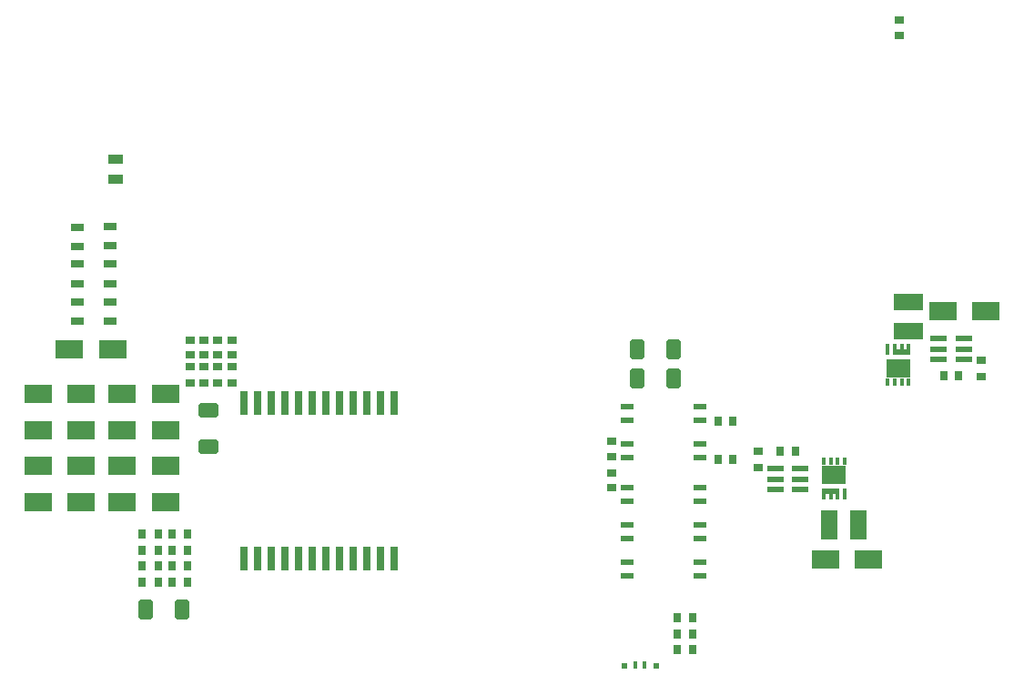
<source format=gtp>
G04*
G04 #@! TF.GenerationSoftware,Altium Limited,Altium Designer,21.9.2 (33)*
G04*
G04 Layer_Color=8421504*
%FSLAX25Y25*%
%MOIN*%
G70*
G04*
G04 #@! TF.SameCoordinates,1A6DD151-CB10-4FFE-AF26-4EE6108A4869*
G04*
G04*
G04 #@! TF.FilePolarity,Positive*
G04*
G01*
G75*
G04:AMPARAMS|DCode=17|XSize=35.43mil|YSize=27.56mil|CornerRadius=3.45mil|HoleSize=0mil|Usage=FLASHONLY|Rotation=180.000|XOffset=0mil|YOffset=0mil|HoleType=Round|Shape=RoundedRectangle|*
%AMROUNDEDRECTD17*
21,1,0.03543,0.02067,0,0,180.0*
21,1,0.02854,0.02756,0,0,180.0*
1,1,0.00689,-0.01427,0.01034*
1,1,0.00689,0.01427,0.01034*
1,1,0.00689,0.01427,-0.01034*
1,1,0.00689,-0.01427,-0.01034*
%
%ADD17ROUNDEDRECTD17*%
%ADD18R,0.03543X0.02756*%
%ADD19R,0.09843X0.06693*%
%ADD20R,0.02992X0.09016*%
%ADD21R,0.01339X0.03150*%
%ADD22R,0.09016X0.06732*%
%ADD23R,0.01339X0.03937*%
%ADD24R,0.06457X0.01968*%
%ADD25R,0.04800X0.02200*%
G04:AMPARAMS|DCode=26|XSize=72.84mil|YSize=53.15mil|CornerRadius=6.64mil|HoleSize=0mil|Usage=FLASHONLY|Rotation=90.000|XOffset=0mil|YOffset=0mil|HoleType=Round|Shape=RoundedRectangle|*
%AMROUNDEDRECTD26*
21,1,0.07284,0.03986,0,0,90.0*
21,1,0.05955,0.05315,0,0,90.0*
1,1,0.01329,0.01993,0.02977*
1,1,0.01329,0.01993,-0.02977*
1,1,0.01329,-0.01993,-0.02977*
1,1,0.01329,-0.01993,0.02977*
%
%ADD26ROUNDEDRECTD26*%
%ADD27R,0.02756X0.03543*%
G04:AMPARAMS|DCode=28|XSize=35.43mil|YSize=27.56mil|CornerRadius=3.45mil|HoleSize=0mil|Usage=FLASHONLY|Rotation=90.000|XOffset=0mil|YOffset=0mil|HoleType=Round|Shape=RoundedRectangle|*
%AMROUNDEDRECTD28*
21,1,0.03543,0.02067,0,0,90.0*
21,1,0.02854,0.02756,0,0,90.0*
1,1,0.00689,0.01034,0.01427*
1,1,0.00689,0.01034,-0.01427*
1,1,0.00689,-0.01034,-0.01427*
1,1,0.00689,-0.01034,0.01427*
%
%ADD28ROUNDEDRECTD28*%
G04:AMPARAMS|DCode=29|XSize=72.84mil|YSize=53.15mil|CornerRadius=6.64mil|HoleSize=0mil|Usage=FLASHONLY|Rotation=180.000|XOffset=0mil|YOffset=0mil|HoleType=Round|Shape=RoundedRectangle|*
%AMROUNDEDRECTD29*
21,1,0.07284,0.03986,0,0,180.0*
21,1,0.05955,0.05315,0,0,180.0*
1,1,0.01329,-0.02977,0.01993*
1,1,0.01329,0.02977,0.01993*
1,1,0.01329,0.02977,-0.01993*
1,1,0.01329,-0.02977,-0.01993*
%
%ADD29ROUNDEDRECTD29*%
%ADD30R,0.02362X0.01968*%
%ADD31R,0.01732X0.02953*%
%ADD32R,0.05433X0.03622*%
%ADD33R,0.04724X0.03150*%
%ADD34R,0.10709X0.06024*%
%ADD35R,0.09843X0.06693*%
G04:AMPARAMS|DCode=36|XSize=57.09mil|YSize=23.23mil|CornerRadius=2.9mil|HoleSize=0mil|Usage=FLASHONLY|Rotation=180.000|XOffset=0mil|YOffset=0mil|HoleType=Round|Shape=RoundedRectangle|*
%AMROUNDEDRECTD36*
21,1,0.05709,0.01742,0,0,180.0*
21,1,0.05128,0.02323,0,0,180.0*
1,1,0.00581,-0.02564,0.00871*
1,1,0.00581,0.02564,0.00871*
1,1,0.00581,0.02564,-0.00871*
1,1,0.00581,-0.02564,-0.00871*
%
%ADD36ROUNDEDRECTD36*%
%ADD37R,0.06024X0.10709*%
D17*
X77165Y107677D02*
D03*
Y113583D02*
D03*
X72047Y107677D02*
D03*
Y113583D02*
D03*
X66929Y107677D02*
D03*
Y113583D02*
D03*
X61811Y107677D02*
D03*
Y113583D02*
D03*
X351575Y115945D02*
D03*
Y110039D02*
D03*
X270079Y76575D02*
D03*
Y82480D02*
D03*
D18*
X61811Y123425D02*
D03*
Y117913D02*
D03*
X66929Y123425D02*
D03*
Y117913D02*
D03*
X72047Y123425D02*
D03*
Y117913D02*
D03*
X77165Y123425D02*
D03*
Y117913D02*
D03*
X216142Y74803D02*
D03*
Y69291D02*
D03*
Y86221D02*
D03*
Y80709D02*
D03*
X321654Y240551D02*
D03*
Y235039D02*
D03*
D19*
X37008Y103543D02*
D03*
X52756D02*
D03*
X21850Y90354D02*
D03*
X6102D02*
D03*
X37008D02*
D03*
X52756D02*
D03*
X52756Y77165D02*
D03*
X37008D02*
D03*
X6102D02*
D03*
X21850D02*
D03*
X17717Y120079D02*
D03*
X33465D02*
D03*
X6102Y63976D02*
D03*
X21850D02*
D03*
X52756D02*
D03*
X37008D02*
D03*
X21850Y103543D02*
D03*
X6102D02*
D03*
D20*
X136555Y100157D02*
D03*
X131555D02*
D03*
X126555D02*
D03*
X121555D02*
D03*
X116555D02*
D03*
X111555D02*
D03*
X106555D02*
D03*
X101555D02*
D03*
X96555D02*
D03*
X91555D02*
D03*
X86555D02*
D03*
X81555D02*
D03*
Y43150D02*
D03*
X86555D02*
D03*
X91555D02*
D03*
X96555D02*
D03*
X101555D02*
D03*
X106555D02*
D03*
X111555D02*
D03*
X116555D02*
D03*
X121555D02*
D03*
X126555D02*
D03*
X131555D02*
D03*
X136555D02*
D03*
D21*
X325000Y108071D02*
D03*
X322441D02*
D03*
X319882D02*
D03*
X317323D02*
D03*
X301575Y78937D02*
D03*
X299016D02*
D03*
X296457D02*
D03*
X293898D02*
D03*
D22*
X321161Y113012D02*
D03*
D03*
D03*
D03*
X297736Y73996D02*
D03*
D03*
D03*
D03*
D23*
X325000Y119882D02*
D03*
X322441D02*
D03*
X319882D02*
D03*
X317323D02*
D03*
X301575Y67126D02*
D03*
X299016D02*
D03*
X296457D02*
D03*
X293898D02*
D03*
D24*
X322441Y118898D02*
D03*
D03*
D03*
X296457Y68110D02*
D03*
D03*
D03*
D25*
X248586Y80177D02*
D03*
Y85177D02*
D03*
X221886D02*
D03*
Y80177D02*
D03*
X248586Y93957D02*
D03*
Y98957D02*
D03*
X221886D02*
D03*
Y93957D02*
D03*
Y41870D02*
D03*
Y36870D02*
D03*
X248586D02*
D03*
Y41870D02*
D03*
X221886Y69429D02*
D03*
Y64429D02*
D03*
X248586D02*
D03*
Y69429D02*
D03*
X221886Y55650D02*
D03*
Y50650D02*
D03*
X248586D02*
D03*
Y55650D02*
D03*
D26*
X238976Y109252D02*
D03*
X225590D02*
D03*
X238976Y120079D02*
D03*
X225590D02*
D03*
X45669Y24803D02*
D03*
X59055D02*
D03*
D27*
X55315Y34646D02*
D03*
X60827D02*
D03*
X55315Y40551D02*
D03*
X60827D02*
D03*
X55315Y46457D02*
D03*
X60827D02*
D03*
X55315Y52362D02*
D03*
X60827D02*
D03*
X255118Y79724D02*
D03*
X260630D02*
D03*
X240354Y9843D02*
D03*
X245866D02*
D03*
X240354Y15748D02*
D03*
X245866D02*
D03*
X255118Y93504D02*
D03*
X260630D02*
D03*
X240354Y21654D02*
D03*
X245866D02*
D03*
X343307Y110236D02*
D03*
X337795D02*
D03*
X277953Y82677D02*
D03*
X283465D02*
D03*
D28*
X50197Y34646D02*
D03*
X44291D02*
D03*
X50197Y40551D02*
D03*
X44291D02*
D03*
X50197Y46457D02*
D03*
X44291D02*
D03*
X50197Y52362D02*
D03*
X44291D02*
D03*
D29*
X68504Y97638D02*
D03*
Y84252D02*
D03*
D30*
X221063Y3937D02*
D03*
X232559D02*
D03*
D31*
X224803Y4429D02*
D03*
X228346D02*
D03*
D32*
X34449Y182264D02*
D03*
Y189784D02*
D03*
D33*
X32480Y164961D02*
D03*
Y157874D02*
D03*
Y151181D02*
D03*
Y144095D02*
D03*
X32480Y137402D02*
D03*
Y130315D02*
D03*
X20669Y164567D02*
D03*
Y157480D02*
D03*
Y151181D02*
D03*
Y144095D02*
D03*
Y137402D02*
D03*
Y130315D02*
D03*
D34*
X324803Y126610D02*
D03*
Y137169D02*
D03*
D35*
X353346Y133858D02*
D03*
X337598D02*
D03*
X310236Y42913D02*
D03*
X294488D02*
D03*
D36*
X336004Y116339D02*
D03*
Y120079D02*
D03*
Y123819D02*
D03*
X345098D02*
D03*
Y120079D02*
D03*
Y116339D02*
D03*
X285256Y76181D02*
D03*
Y72441D02*
D03*
Y68701D02*
D03*
X276161D02*
D03*
Y72441D02*
D03*
Y76181D02*
D03*
D37*
X295902Y55512D02*
D03*
X306461D02*
D03*
M02*

</source>
